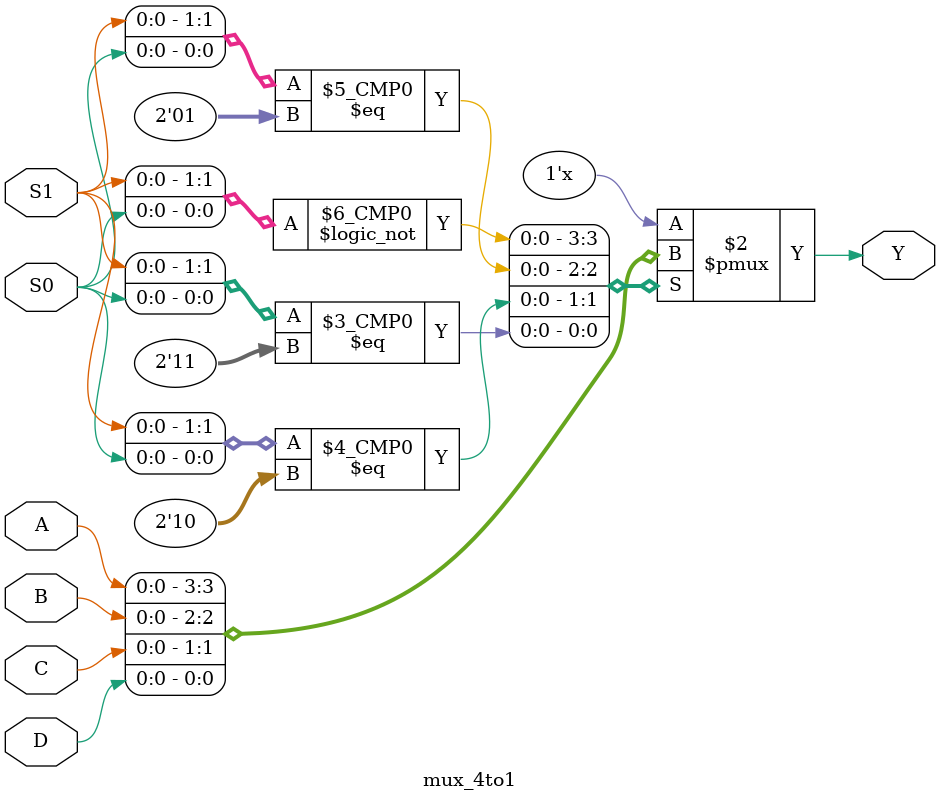
<source format=v>
module mux_4to1(
    input A,
    input B,
    input C,
    input D,
    input S0,
    input S1,
    output reg Y
);

always @ (S1 or S0 or A or B or C or D)
begin
    case ({S1, S0})
        2'b00: Y = A;
        2'b01: Y = B;
        2'b10: Y = C;
        2'b11: Y = D;
    endcase
end

endmodule
</source>
